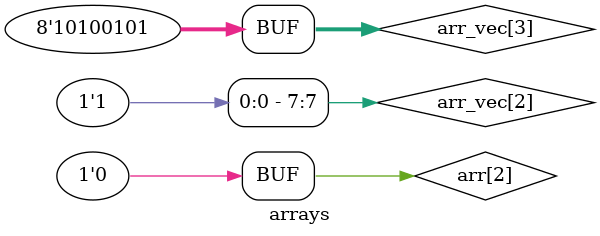
<source format=v>
`timescale 1ps/1ps

module arrays();

    // Traditional vector:
    wire [7:0] vect; // <1>

    // Array:
    wire arr[3:0]; // <2>

    // Array of vectors:
    wire [7:0] arr_vec[3:0]; // <3>

// tag::access_example[]
    // Single signal:
    assign arr[2] = 4; // <1>

    // Single signal:
    assign arr_vec[3] = 8'b10100101; // <2>

    // Single bit of single signal:
    assign arr_vec[2][7] = 1; // <3>
// end::access_example[]

endmodule
// end::module_source[]
</source>
